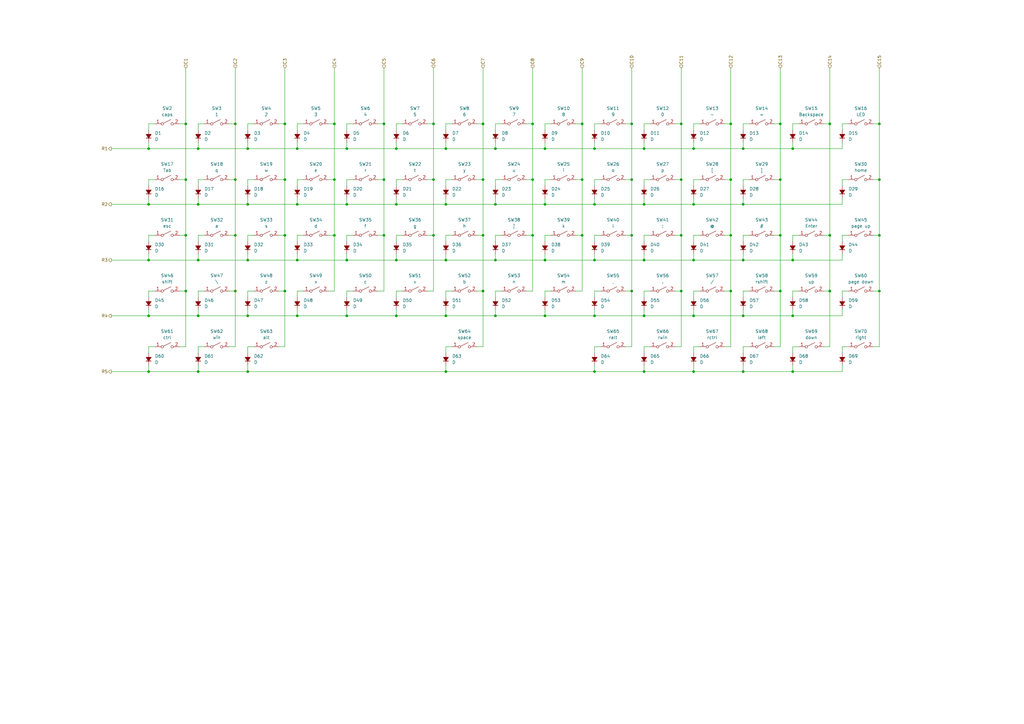
<source format=kicad_sch>
(kicad_sch (version 20211123) (generator eeschema)
  (paper "A3")
  (junction (at 279.4 73.66))
  (junction (at 157.48 73.66))
  (junction (at 325.12 129.54))
  (junction (at 304.8 106.68))
  (junction (at 162.56 60.96))
  (junction (at 198.12 119.38))
  (junction (at 299.72 119.38))
  (junction (at 142.24 106.68))
  (junction (at 116.84 73.66))
  (junction (at 264.16 129.54))
  (junction (at 299.72 73.66))
  (junction (at 279.4 96.52))
  (junction (at 360.68 96.52))
  (junction (at 116.84 50.8))
  (junction (at 264.16 60.96))
  (junction (at 182.88 106.68))
  (junction (at 243.84 152.4))
  (junction (at 116.84 96.52))
  (junction (at 198.12 50.8))
  (junction (at 264.16 106.68))
  (junction (at 60.96 60.96))
  (junction (at 182.88 83.82))
  (junction (at 340.36 119.38))
  (junction (at 243.84 60.96))
  (junction (at 81.28 83.82))
  (junction (at 121.92 106.68))
  (junction (at 60.96 106.68))
  (junction (at 198.12 96.52))
  (junction (at 162.56 83.82))
  (junction (at 76.2 119.38))
  (junction (at 60.96 129.54))
  (junction (at 284.48 60.96))
  (junction (at 101.6 60.96))
  (junction (at 223.52 83.82))
  (junction (at 96.52 50.8))
  (junction (at 264.16 152.4))
  (junction (at 182.88 152.4))
  (junction (at 162.56 106.68))
  (junction (at 325.12 152.4))
  (junction (at 203.2 129.54))
  (junction (at 182.88 129.54))
  (junction (at 299.72 50.8))
  (junction (at 279.4 119.38))
  (junction (at 238.76 73.66))
  (junction (at 76.2 73.66))
  (junction (at 299.72 96.52))
  (junction (at 325.12 106.68))
  (junction (at 137.16 73.66))
  (junction (at 284.48 129.54))
  (junction (at 177.8 96.52))
  (junction (at 81.28 106.68))
  (junction (at 101.6 152.4))
  (junction (at 320.04 119.38))
  (junction (at 340.36 96.52))
  (junction (at 304.8 129.54))
  (junction (at 137.16 50.8))
  (junction (at 60.96 83.82))
  (junction (at 259.08 96.52))
  (junction (at 238.76 50.8))
  (junction (at 259.08 73.66))
  (junction (at 60.96 152.4))
  (junction (at 121.92 60.96))
  (junction (at 162.56 129.54))
  (junction (at 304.8 152.4))
  (junction (at 304.8 60.96))
  (junction (at 259.08 119.38))
  (junction (at 264.16 83.82))
  (junction (at 142.24 83.82))
  (junction (at 320.04 50.8))
  (junction (at 223.52 129.54))
  (junction (at 243.84 129.54))
  (junction (at 81.28 152.4))
  (junction (at 76.2 50.8))
  (junction (at 304.8 83.82))
  (junction (at 360.68 73.66))
  (junction (at 320.04 96.52))
  (junction (at 121.92 83.82))
  (junction (at 223.52 106.68))
  (junction (at 198.12 73.66))
  (junction (at 218.44 50.8))
  (junction (at 320.04 73.66))
  (junction (at 360.68 50.8))
  (junction (at 96.52 119.38))
  (junction (at 101.6 129.54))
  (junction (at 101.6 106.68))
  (junction (at 81.28 60.96))
  (junction (at 177.8 50.8))
  (junction (at 218.44 73.66))
  (junction (at 340.36 50.8))
  (junction (at 116.84 119.38))
  (junction (at 284.48 106.68))
  (junction (at 96.52 73.66))
  (junction (at 284.48 83.82))
  (junction (at 96.52 96.52))
  (junction (at 223.52 60.96))
  (junction (at 157.48 50.8))
  (junction (at 76.2 96.52))
  (junction (at 182.88 60.96))
  (junction (at 218.44 96.52))
  (junction (at 238.76 96.52))
  (junction (at 101.6 83.82))
  (junction (at 142.24 60.96))
  (junction (at 243.84 106.68))
  (junction (at 259.08 50.8))
  (junction (at 325.12 60.96))
  (junction (at 177.8 73.66))
  (junction (at 142.24 129.54))
  (junction (at 243.84 83.82))
  (junction (at 121.92 129.54))
  (junction (at 284.48 152.4))
  (junction (at 203.2 60.96))
  (junction (at 157.48 96.52))
  (junction (at 203.2 106.68))
  (junction (at 279.4 50.8))
  (junction (at 203.2 83.82))
  (junction (at 360.68 119.38))
  (junction (at 137.16 96.52))
  (junction (at 81.28 129.54))
  (wire (pts (xy 144.78 96.52) (xy 142.24 96.52)))
  (wire (pts (xy 175.26 119.38) (xy 177.8 119.38)))
  (wire (pts (xy 144.78 73.66) (xy 142.24 73.66)))
  (wire (pts (xy 121.92 58.42) (xy 121.92 60.96)))
  (wire (pts (xy 284.48 127) (xy 284.48 129.54)))
  (wire (pts (xy 73.66 96.52) (xy 76.2 96.52)))
  (wire (pts (xy 327.66 96.52) (xy 325.12 96.52)))
  (wire (pts (xy 246.38 50.8) (xy 243.84 50.8)))
  (wire (pts (xy 297.18 73.66) (xy 299.72 73.66)))
  (wire (pts (xy 142.24 127) (xy 142.24 129.54)))
  (wire (pts (xy 101.6 50.8) (xy 101.6 53.34)))
  (wire (pts (xy 134.62 73.66) (xy 137.16 73.66)))
  (wire (pts (xy 104.14 50.8) (xy 101.6 50.8)))
  (wire (pts (xy 83.82 50.8) (xy 81.28 50.8)))
  (wire (pts (xy 63.5 50.8) (xy 60.96 50.8)))
  (wire (pts (xy 182.88 149.86) (xy 182.88 152.4)))
  (wire (pts (xy 81.28 127) (xy 81.28 129.54)))
  (wire (pts (xy 154.94 119.38) (xy 157.48 119.38)))
  (wire (pts (xy 340.36 142.24) (xy 337.82 142.24)))
  (wire (pts (xy 185.42 73.66) (xy 182.88 73.66)))
  (wire (pts (xy 327.66 50.8) (xy 325.12 50.8)))
  (wire (pts (xy 162.56 106.68) (xy 182.88 106.68)))
  (wire (pts (xy 142.24 60.96) (xy 162.56 60.96)))
  (wire (pts (xy 325.12 106.68) (xy 345.44 106.68)))
  (wire (pts (xy 337.82 96.52) (xy 340.36 96.52)))
  (wire (pts (xy 203.2 96.52) (xy 203.2 99.06)))
  (wire (pts (xy 104.14 96.52) (xy 101.6 96.52)))
  (wire (pts (xy 304.8 96.52) (xy 304.8 99.06)))
  (wire (pts (xy 101.6 149.86) (xy 101.6 152.4)))
  (wire (pts (xy 243.84 129.54) (xy 264.16 129.54)))
  (wire (pts (xy 284.48 50.8) (xy 284.48 53.34)))
  (wire (pts (xy 116.84 50.8) (xy 116.84 73.66)))
  (wire (pts (xy 264.16 73.66) (xy 264.16 76.2)))
  (wire (pts (xy 81.28 104.14) (xy 81.28 106.68)))
  (wire (pts (xy 243.84 149.86) (xy 243.84 152.4)))
  (wire (pts (xy 279.4 96.52) (xy 279.4 119.38)))
  (wire (pts (xy 287.02 96.52) (xy 284.48 96.52)))
  (wire (pts (xy 114.3 119.38) (xy 116.84 119.38)))
  (wire (pts (xy 203.2 81.28) (xy 203.2 83.82)))
  (wire (pts (xy 264.16 96.52) (xy 264.16 99.06)))
  (wire (pts (xy 81.28 119.38) (xy 81.28 121.92)))
  (wire (pts (xy 320.04 27.94) (xy 320.04 50.8)))
  (wire (pts (xy 223.52 81.28) (xy 223.52 83.82)))
  (wire (pts (xy 121.92 73.66) (xy 121.92 76.2)))
  (wire (pts (xy 93.98 73.66) (xy 96.52 73.66)))
  (wire (pts (xy 198.12 27.94) (xy 198.12 50.8)))
  (wire (pts (xy 195.58 50.8) (xy 198.12 50.8)))
  (wire (pts (xy 154.94 96.52) (xy 157.48 96.52)))
  (wire (pts (xy 81.28 60.96) (xy 101.6 60.96)))
  (wire (pts (xy 304.8 60.96) (xy 325.12 60.96)))
  (wire (pts (xy 73.66 119.38) (xy 76.2 119.38)))
  (wire (pts (xy 320.04 142.24) (xy 317.5 142.24)))
  (wire (pts (xy 203.2 129.54) (xy 223.52 129.54)))
  (wire (pts (xy 284.48 152.4) (xy 304.8 152.4)))
  (wire (pts (xy 134.62 119.38) (xy 137.16 119.38)))
  (wire (pts (xy 182.88 127) (xy 182.88 129.54)))
  (wire (pts (xy 238.76 96.52) (xy 238.76 119.38)))
  (wire (pts (xy 124.46 96.52) (xy 121.92 96.52)))
  (wire (pts (xy 218.44 73.66) (xy 218.44 96.52)))
  (wire (pts (xy 124.46 50.8) (xy 121.92 50.8)))
  (wire (pts (xy 325.12 60.96) (xy 325.12 58.42)))
  (wire (pts (xy 96.52 73.66) (xy 96.52 96.52)))
  (wire (pts (xy 195.58 96.52) (xy 198.12 96.52)))
  (wire (pts (xy 81.28 149.86) (xy 81.28 152.4)))
  (wire (pts (xy 297.18 119.38) (xy 299.72 119.38)))
  (wire (pts (xy 243.84 96.52) (xy 243.84 99.06)))
  (wire (pts (xy 264.16 58.42) (xy 264.16 60.96)))
  (wire (pts (xy 83.82 73.66) (xy 81.28 73.66)))
  (wire (pts (xy 157.48 50.8) (xy 157.48 73.66)))
  (wire (pts (xy 165.1 119.38) (xy 162.56 119.38)))
  (wire (pts (xy 63.5 96.52) (xy 60.96 96.52)))
  (wire (pts (xy 297.18 50.8) (xy 299.72 50.8)))
  (wire (pts (xy 264.16 152.4) (xy 284.48 152.4)))
  (wire (pts (xy 121.92 104.14) (xy 121.92 106.68)))
  (wire (pts (xy 162.56 104.14) (xy 162.56 106.68)))
  (wire (pts (xy 223.52 104.14) (xy 223.52 106.68)))
  (wire (pts (xy 81.28 73.66) (xy 81.28 76.2)))
  (wire (pts (xy 243.84 60.96) (xy 264.16 60.96)))
  (wire (pts (xy 124.46 119.38) (xy 121.92 119.38)))
  (wire (pts (xy 83.82 96.52) (xy 81.28 96.52)))
  (wire (pts (xy 182.88 152.4) (xy 243.84 152.4)))
  (wire (pts (xy 182.88 142.24) (xy 182.88 144.78)))
  (wire (pts (xy 162.56 58.42) (xy 162.56 60.96)))
  (wire (pts (xy 347.98 119.38) (xy 345.44 119.38)))
  (wire (pts (xy 114.3 96.52) (xy 116.84 96.52)))
  (wire (pts (xy 256.54 73.66) (xy 259.08 73.66)))
  (wire (pts (xy 347.98 96.52) (xy 345.44 96.52)))
  (wire (pts (xy 243.84 152.4) (xy 264.16 152.4)))
  (wire (pts (xy 223.52 58.42) (xy 223.52 60.96)))
  (wire (pts (xy 287.02 119.38) (xy 284.48 119.38)))
  (wire (pts (xy 276.86 50.8) (xy 279.4 50.8)))
  (wire (pts (xy 307.34 142.24) (xy 304.8 142.24)))
  (wire (pts (xy 264.16 83.82) (xy 284.48 83.82)))
  (wire (pts (xy 116.84 73.66) (xy 116.84 96.52)))
  (wire (pts (xy 121.92 127) (xy 121.92 129.54)))
  (wire (pts (xy 175.26 73.66) (xy 177.8 73.66)))
  (wire (pts (xy 60.96 152.4) (xy 81.28 152.4)))
  (wire (pts (xy 266.7 142.24) (xy 264.16 142.24)))
  (wire (pts (xy 185.42 142.24) (xy 182.88 142.24)))
  (wire (pts (xy 259.08 50.8) (xy 259.08 73.66)))
  (wire (pts (xy 279.4 142.24) (xy 276.86 142.24)))
  (wire (pts (xy 246.38 119.38) (xy 243.84 119.38)))
  (wire (pts (xy 81.28 142.24) (xy 81.28 144.78)))
  (wire (pts (xy 182.88 73.66) (xy 182.88 76.2)))
  (wire (pts (xy 347.98 142.24) (xy 345.44 142.24)))
  (wire (pts (xy 142.24 119.38) (xy 142.24 121.92)))
  (wire (pts (xy 284.48 129.54) (xy 304.8 129.54)))
  (wire (pts (xy 60.96 104.14) (xy 60.96 106.68)))
  (wire (pts (xy 358.14 96.52) (xy 360.68 96.52)))
  (wire (pts (xy 76.2 119.38) (xy 76.2 142.24)))
  (wire (pts (xy 320.04 96.52) (xy 320.04 119.38)))
  (wire (pts (xy 121.92 119.38) (xy 121.92 121.92)))
  (wire (pts (xy 279.4 27.94) (xy 279.4 50.8)))
  (wire (pts (xy 243.84 127) (xy 243.84 129.54)))
  (wire (pts (xy 81.28 83.82) (xy 101.6 83.82)))
  (wire (pts (xy 218.44 96.52) (xy 218.44 119.38)))
  (wire (pts (xy 243.84 104.14) (xy 243.84 106.68)))
  (wire (pts (xy 340.36 50.8) (xy 340.36 96.52)))
  (wire (pts (xy 340.36 119.38) (xy 340.36 142.24)))
  (wire (pts (xy 175.26 96.52) (xy 177.8 96.52)))
  (wire (pts (xy 226.06 73.66) (xy 223.52 73.66)))
  (wire (pts (xy 60.96 50.8) (xy 60.96 53.34)))
  (wire (pts (xy 101.6 129.54) (xy 121.92 129.54)))
  (wire (pts (xy 134.62 50.8) (xy 137.16 50.8)))
  (wire (pts (xy 198.12 142.24) (xy 195.58 142.24)))
  (wire (pts (xy 360.68 50.8) (xy 360.68 73.66)))
  (wire (pts (xy 276.86 96.52) (xy 279.4 96.52)))
  (wire (pts (xy 45.72 83.82) (xy 60.96 83.82)))
  (wire (pts (xy 162.56 96.52) (xy 162.56 99.06)))
  (wire (pts (xy 304.8 83.82) (xy 304.8 81.28)))
  (wire (pts (xy 223.52 73.66) (xy 223.52 76.2)))
  (wire (pts (xy 162.56 81.28) (xy 162.56 83.82)))
  (wire (pts (xy 76.2 142.24) (xy 73.66 142.24)))
  (wire (pts (xy 182.88 83.82) (xy 203.2 83.82)))
  (wire (pts (xy 182.88 104.14) (xy 182.88 106.68)))
  (wire (pts (xy 63.5 119.38) (xy 60.96 119.38)))
  (wire (pts (xy 243.84 106.68) (xy 264.16 106.68)))
  (wire (pts (xy 198.12 73.66) (xy 198.12 96.52)))
  (wire (pts (xy 236.22 50.8) (xy 238.76 50.8)))
  (wire (pts (xy 104.14 73.66) (xy 101.6 73.66)))
  (wire (pts (xy 358.14 73.66) (xy 360.68 73.66)))
  (wire (pts (xy 182.88 58.42) (xy 182.88 60.96)))
  (wire (pts (xy 246.38 142.24) (xy 243.84 142.24)))
  (wire (pts (xy 223.52 96.52) (xy 223.52 99.06)))
  (wire (pts (xy 284.48 58.42) (xy 284.48 60.96)))
  (wire (pts (xy 203.2 60.96) (xy 223.52 60.96)))
  (wire (pts (xy 162.56 127) (xy 162.56 129.54)))
  (wire (pts (xy 218.44 27.94) (xy 218.44 50.8)))
  (wire (pts (xy 195.58 73.66) (xy 198.12 73.66)))
  (wire (pts (xy 223.52 60.96) (xy 243.84 60.96)))
  (wire (pts (xy 81.28 58.42) (xy 81.28 60.96)))
  (wire (pts (xy 60.96 142.24) (xy 60.96 144.78)))
  (wire (pts (xy 284.48 142.24) (xy 284.48 144.78)))
  (wire (pts (xy 60.96 81.28) (xy 60.96 83.82)))
  (wire (pts (xy 45.72 129.54) (xy 60.96 129.54)))
  (wire (pts (xy 154.94 73.66) (xy 157.48 73.66)))
  (wire (pts (xy 177.8 96.52) (xy 177.8 119.38)))
  (wire (pts (xy 358.14 119.38) (xy 360.68 119.38)))
  (wire (pts (xy 116.84 142.24) (xy 114.3 142.24)))
  (wire (pts (xy 236.22 73.66) (xy 238.76 73.66)))
  (wire (pts (xy 264.16 60.96) (xy 284.48 60.96)))
  (wire (pts (xy 162.56 73.66) (xy 162.56 76.2)))
  (wire (pts (xy 165.1 96.52) (xy 162.56 96.52)))
  (wire (pts (xy 63.5 142.24) (xy 60.96 142.24)))
  (wire (pts (xy 121.92 106.68) (xy 142.24 106.68)))
  (wire (pts (xy 347.98 73.66) (xy 345.44 73.66)))
  (wire (pts (xy 205.74 50.8) (xy 203.2 50.8)))
  (wire (pts (xy 320.04 50.8) (xy 320.04 73.66)))
  (wire (pts (xy 60.96 149.86) (xy 60.96 152.4)))
  (wire (pts (xy 101.6 60.96) (xy 121.92 60.96)))
  (wire (pts (xy 182.88 129.54) (xy 203.2 129.54)))
  (wire (pts (xy 83.82 142.24) (xy 81.28 142.24)))
  (wire (pts (xy 284.48 149.86) (xy 284.48 152.4)))
  (wire (pts (xy 266.7 50.8) (xy 264.16 50.8)))
  (wire (pts (xy 60.96 58.42) (xy 60.96 60.96)))
  (wire (pts (xy 299.72 96.52) (xy 299.72 119.38)))
  (wire (pts (xy 304.8 60.96) (xy 304.8 58.42)))
  (wire (pts (xy 45.72 60.96) (xy 60.96 60.96)))
  (wire (pts (xy 121.92 96.52) (xy 121.92 99.06)))
  (wire (pts (xy 198.12 50.8) (xy 198.12 73.66)))
  (wire (pts (xy 259.08 96.52) (xy 259.08 119.38)))
  (wire (pts (xy 205.74 96.52) (xy 203.2 96.52)))
  (wire (pts (xy 266.7 119.38) (xy 264.16 119.38)))
  (wire (pts (xy 104.14 142.24) (xy 101.6 142.24)))
  (wire (pts (xy 243.84 81.28) (xy 243.84 83.82)))
  (wire (pts (xy 73.66 73.66) (xy 76.2 73.66)))
  (wire (pts (xy 60.96 83.82) (xy 81.28 83.82)))
  (wire (pts (xy 60.96 60.96) (xy 81.28 60.96)))
  (wire (pts (xy 142.24 83.82) (xy 162.56 83.82)))
  (wire (pts (xy 304.8 119.38) (xy 304.8 121.92)))
  (wire (pts (xy 142.24 58.42) (xy 142.24 60.96)))
  (wire (pts (xy 154.94 50.8) (xy 157.48 50.8)))
  (wire (pts (xy 345.44 152.4) (xy 345.44 149.86)))
  (wire (pts (xy 101.6 96.52) (xy 101.6 99.06)))
  (wire (pts (xy 266.7 73.66) (xy 264.16 73.66)))
  (wire (pts (xy 76.2 50.8) (xy 76.2 73.66)))
  (wire (pts (xy 284.48 96.52) (xy 284.48 99.06)))
  (wire (pts (xy 307.34 119.38) (xy 304.8 119.38)))
  (wire (pts (xy 307.34 96.52) (xy 304.8 96.52)))
  (wire (pts (xy 264.16 129.54) (xy 284.48 129.54)))
  (wire (pts (xy 182.88 81.28) (xy 182.88 83.82)))
  (wire (pts (xy 238.76 27.94) (xy 238.76 50.8)))
  (wire (pts (xy 320.04 119.38) (xy 320.04 142.24)))
  (wire (pts (xy 299.72 119.38) (xy 299.72 142.24)))
  (wire (pts (xy 325.12 152.4) (xy 345.44 152.4)))
  (wire (pts (xy 276.86 73.66) (xy 279.4 73.66)))
  (wire (pts (xy 264.16 106.68) (xy 284.48 106.68)))
  (wire (pts (xy 96.52 142.24) (xy 93.98 142.24)))
  (wire (pts (xy 304.8 129.54) (xy 304.8 127)))
  (wire (pts (xy 264.16 81.28) (xy 264.16 83.82)))
  (wire (pts (xy 317.5 73.66) (xy 320.04 73.66)))
  (wire (pts (xy 215.9 50.8) (xy 218.44 50.8)))
  (wire (pts (xy 142.24 129.54) (xy 162.56 129.54)))
  (wire (pts (xy 223.52 50.8) (xy 223.52 53.34)))
  (wire (pts (xy 284.48 73.66) (xy 284.48 76.2)))
  (wire (pts (xy 320.04 73.66) (xy 320.04 96.52)))
  (wire (pts (xy 121.92 129.54) (xy 142.24 129.54)))
  (wire (pts (xy 142.24 50.8) (xy 142.24 53.34)))
  (wire (pts (xy 81.28 96.52) (xy 81.28 99.06)))
  (wire (pts (xy 304.8 152.4) (xy 325.12 152.4)))
  (wire (pts (xy 165.1 73.66) (xy 162.56 73.66)))
  (wire (pts (xy 73.66 50.8) (xy 76.2 50.8)))
  (wire (pts (xy 243.84 119.38) (xy 243.84 121.92)))
  (wire (pts (xy 144.78 119.38) (xy 142.24 119.38)))
  (wire (pts (xy 325.12 129.54) (xy 325.12 127)))
  (wire (pts (xy 340.36 27.94) (xy 340.36 50.8)))
  (wire (pts (xy 345.44 50.8) (xy 345.44 53.34)))
  (wire (pts (xy 101.6 73.66) (xy 101.6 76.2)))
  (wire (pts (xy 142.24 96.52) (xy 142.24 99.06)))
  (wire (pts (xy 325.12 119.38) (xy 325.12 121.92)))
  (wire (pts (xy 345.44 83.82) (xy 345.44 81.28)))
  (wire (pts (xy 299.72 27.94) (xy 299.72 50.8)))
  (wire (pts (xy 304.8 106.68) (xy 325.12 106.68)))
  (wire (pts (xy 101.6 142.24) (xy 101.6 144.78)))
  (wire (pts (xy 101.6 152.4) (xy 182.88 152.4)))
  (wire (pts (xy 195.58 119.38) (xy 198.12 119.38)))
  (wire (pts (xy 182.88 96.52) (xy 182.88 99.06)))
  (wire (pts (xy 162.56 50.8) (xy 162.56 53.34)))
  (wire (pts (xy 345.44 106.68) (xy 345.44 104.14)))
  (wire (pts (xy 215.9 96.52) (xy 218.44 96.52)))
  (wire (pts (xy 104.14 119.38) (xy 101.6 119.38)))
  (wire (pts (xy 142.24 106.68) (xy 162.56 106.68)))
  (wire (pts (xy 185.42 50.8) (xy 182.88 50.8)))
  (wire (pts (xy 304.8 83.82) (xy 345.44 83.82)))
  (wire (pts (xy 185.42 119.38) (xy 182.88 119.38)))
  (wire (pts (xy 304.8 152.4) (xy 304.8 149.86)))
  (wire (pts (xy 325.12 60.96) (xy 345.44 60.96)))
  (wire (pts (xy 226.06 96.52) (xy 223.52 96.52)))
  (wire (pts (xy 162.56 83.82) (xy 182.88 83.82)))
  (wire (pts (xy 345.44 129.54) (xy 345.44 127)))
  (wire (pts (xy 60.96 106.68) (xy 81.28 106.68)))
  (wire (pts (xy 246.38 96.52) (xy 243.84 96.52)))
  (wire (pts (xy 284.48 60.96) (xy 304.8 60.96)))
  (wire (pts (xy 317.5 96.52) (xy 320.04 96.52)))
  (wire (pts (xy 177.8 73.66) (xy 177.8 96.52)))
  (wire (pts (xy 185.42 96.52) (xy 182.88 96.52)))
  (wire (pts (xy 360.68 142.24) (xy 358.14 142.24)))
  (wire (pts (xy 243.84 58.42) (xy 243.84 60.96)))
  (wire (pts (xy 264.16 149.86) (xy 264.16 152.4)))
  (wire (pts (xy 327.66 119.38) (xy 325.12 119.38)))
  (wire (pts (xy 264.16 142.24) (xy 264.16 144.78)))
  (wire (pts (xy 284.48 83.82) (xy 304.8 83.82)))
  (wire (pts (xy 279.4 73.66) (xy 279.4 96.52)))
  (wire (pts (xy 266.7 96.52) (xy 264.16 96.52)))
  (wire (pts (xy 297.18 96.52) (xy 299.72 96.52)))
  (wire (pts (xy 182.88 106.68) (xy 203.2 106.68)))
  (wire (pts (xy 215.9 73.66) (xy 218.44 73.66)))
  (wire (pts (xy 76.2 96.52) (xy 76.2 119.38)))
  (wire (pts (xy 142.24 104.14) (xy 142.24 106.68)))
  (wire (pts (xy 304.8 50.8) (xy 304.8 53.34)))
  (wire (pts (xy 223.52 129.54) (xy 243.84 129.54)))
  (wire (pts (xy 137.16 73.66) (xy 137.16 96.52)))
  (wire (pts (xy 264.16 104.14) (xy 264.16 106.68)))
  (wire (pts (xy 256.54 50.8) (xy 259.08 50.8)))
  (wire (pts (xy 121.92 83.82) (xy 142.24 83.82)))
  (wire (pts (xy 243.84 73.66) (xy 243.84 76.2)))
  (wire (pts (xy 203.2 73.66) (xy 203.2 76.2)))
  (wire (pts (xy 157.48 96.52) (xy 157.48 119.38)))
  (wire (pts (xy 264.16 119.38) (xy 264.16 121.92)))
  (wire (pts (xy 121.92 50.8) (xy 121.92 53.34)))
  (wire (pts (xy 287.02 50.8) (xy 284.48 50.8)))
  (wire (pts (xy 60.96 129.54) (xy 81.28 129.54)))
  (wire (pts (xy 205.74 119.38) (xy 203.2 119.38)))
  (wire (pts (xy 205.74 73.66) (xy 203.2 73.66)))
  (wire (pts (xy 345.44 60.96) (xy 345.44 58.42)))
  (wire (pts (xy 114.3 73.66) (xy 116.84 73.66)))
  (wire (pts (xy 121.92 60.96) (xy 142.24 60.96)))
  (wire (pts (xy 96.52 50.8) (xy 96.52 73.66)))
  (wire (pts (xy 246.38 73.66) (xy 243.84 73.66)))
  (wire (pts (xy 177.8 27.94) (xy 177.8 50.8)))
  (wire (pts (xy 236.22 119.38) (xy 238.76 119.38)))
  (wire (pts (xy 360.68 96.52) (xy 360.68 119.38)))
  (wire (pts (xy 223.52 106.68) (xy 243.84 106.68)))
  (wire (pts (xy 137.16 50.8) (xy 137.16 73.66)))
  (wire (pts (xy 223.52 127) (xy 223.52 129.54)))
  (wire (pts (xy 299.72 73.66) (xy 299.72 96.52)))
  (wire (pts (xy 177.8 50.8) (xy 177.8 73.66)))
  (wire (pts (xy 203.2 127) (xy 203.2 129.54)))
  (wire (pts (xy 175.26 50.8) (xy 177.8 50.8)))
  (wire (pts (xy 81.28 152.4) (xy 101.6 152.4)))
  (wire (pts (xy 360.68 27.94) (xy 360.68 50.8)))
  (wire (pts (xy 358.14 50.8) (xy 360.68 50.8)))
  (wire (pts (xy 256.54 119.38) (xy 259.08 119.38)))
  (wire (pts (xy 226.06 50.8) (xy 223.52 50.8)))
  (wire (pts (xy 325.12 142.24) (xy 325.12 144.78)))
  (wire (pts (xy 182.88 50.8) (xy 182.88 53.34)))
  (wire (pts (xy 182.88 119.38) (xy 182.88 121.92)))
  (wire (pts (xy 76.2 27.94) (xy 76.2 50.8)))
  (wire (pts (xy 124.46 73.66) (xy 121.92 73.66)))
  (wire (pts (xy 114.3 50.8) (xy 116.84 50.8)))
  (wire (pts (xy 60.96 96.52) (xy 60.96 99.06)))
  (wire (pts (xy 45.72 152.4) (xy 60.96 152.4)))
  (wire (pts (xy 101.6 119.38) (xy 101.6 121.92)))
  (wire (pts (xy 325.12 106.68) (xy 325.12 104.14)))
  (wire (pts (xy 259.08 119.38) (xy 259.08 142.24)))
  (wire (pts (xy 243.84 50.8) (xy 243.84 53.34)))
  (wire (pts (xy 325.12 152.4) (xy 325.12 149.86)))
  (wire (pts (xy 60.96 73.66) (xy 60.96 76.2)))
  (wire (pts (xy 317.5 119.38) (xy 320.04 119.38)))
  (wire (pts (xy 203.2 83.82) (xy 223.52 83.82)))
  (wire (pts (xy 325.12 129.54) (xy 345.44 129.54)))
  (wire (pts (xy 203.2 58.42) (xy 203.2 60.96)))
  (wire (pts (xy 101.6 106.68) (xy 121.92 106.68)))
  (wire (pts (xy 327.66 142.24) (xy 325.12 142.24)))
  (wire (pts (xy 337.82 119.38) (xy 340.36 119.38)))
  (wire (pts (xy 325.12 96.52) (xy 325.12 99.06)))
  (wire (pts (xy 345.44 73.66) (xy 345.44 76.2)))
  (wire (pts (xy 60.96 127) (xy 60.96 129.54)))
  (wire (pts (xy 134.62 96.52) (xy 137.16 96.52)))
  (wire (pts (xy 276.86 119.38) (xy 279.4 119.38)))
  (wire (pts (xy 203.2 106.68) (xy 223.52 106.68)))
  (wire (pts (xy 101.6 58.42) (xy 101.6 60.96)))
  (wire (pts (xy 304.8 129.54) (xy 325.12 129.54)))
  (wire (pts (xy 223.52 119.38) (xy 223.52 121.92)))
  (wire (pts (xy 236.22 96.52) (xy 238.76 96.52)))
  (wire (pts (xy 287.02 73.66) (xy 284.48 73.66)))
  (wire (pts (xy 238.76 50.8) (xy 238.76 73.66)))
  (wire (pts (xy 215.9 119.38) (xy 218.44 119.38)))
  (wire (pts (xy 223.52 83.82) (xy 243.84 83.82)))
  (wire (pts (xy 101.6 81.28) (xy 101.6 83.82)))
  (wire (pts (xy 101.6 104.14) (xy 101.6 106.68)))
  (wire (pts (xy 226.06 119.38) (xy 223.52 119.38)))
  (wire (pts (xy 284.48 106.68) (xy 304.8 106.68)))
  (wire (pts (xy 218.44 50.8) (xy 218.44 73.66)))
  (wire (pts (xy 345.44 96.52) (xy 345.44 99.06)))
  (wire (pts (xy 325.12 50.8) (xy 325.12 53.34)))
  (wire (pts (xy 96.52 27.94) (xy 96.52 50.8)))
  (wire (pts (xy 347.98 50.8) (xy 345.44 50.8)))
  (wire (pts (xy 243.84 83.82) (xy 264.16 83.82)))
  (wire (pts (xy 81.28 50.8) (xy 81.28 53.34)))
  (wire (pts (xy 284.48 104.14) (xy 284.48 106.68)))
  (wire (pts (xy 345.44 119.38) (xy 345.44 121.92)))
  (wire (pts (xy 307.34 50.8) (xy 304.8 50.8)))
  (wire (pts (xy 81.28 81.28) (xy 81.28 83.82)))
  (wire (pts (xy 340.36 96.52) (xy 340.36 119.38)))
  (wire (pts (xy 121.92 81.28) (xy 121.92 83.82)))
  (wire (pts (xy 83.82 119.38) (xy 81.28 119.38)))
  (wire (pts (xy 243.84 142.24) (xy 243.84 144.78)))
  (wire (pts (xy 304.8 142.24) (xy 304.8 144.78)))
  (wire (pts (xy 299.72 50.8) (xy 299.72 73.66)))
  (wire (pts (xy 203.2 104.14) (xy 203.2 106.68)))
  (wire (pts (xy 162.56 129.54) (xy 182.88 129.54)))
  (wire (pts (xy 198.12 96.52) (xy 198.12 119.38)))
  (wire (pts (xy 116.84 27.94) (xy 116.84 50.8)))
  (wire (pts (xy 299.72 142.24) (xy 297.18 142.24)))
  (wire (pts (xy 307.34 73.66) (xy 304.8 73.66)))
  (wire (pts (xy 360.68 119.38) (xy 360.68 142.24)))
  (wire (pts (xy 76.2 73.66) (xy 76.2 96.52)))
  (wire (pts (xy 279.4 50.8) (xy 279.4 73.66)))
  (wire (pts (xy 45.72 106.68) (xy 60.96 106.68)))
  (wire (pts (xy 238.76 73.66) (xy 238.76 96.52)))
  (wire (pts (xy 304.8 73.66) (xy 304.8 76.2)))
  (wire (pts (xy 162.56 119.38) (xy 162.56 121.92)))
  (wire (pts (xy 259.08 142.24) (xy 256.54 142.24)))
  (wire (pts (xy 144.78 50.8) (xy 142.24 50.8)))
  (wire (pts (xy 264.16 50.8) (xy 264.16 53.34)))
  (wire (pts (xy 81.28 129.54) (xy 101.6 129.54)))
  (wire (pts (xy 182.88 60.96) (xy 203.2 60.96)))
  (wire (pts (xy 142.24 73.66) (xy 142.24 76.2)))
  (wire (pts (xy 284.48 119.38) (xy 284.48 121.92)))
  (wire (pts (xy 116.84 119.38) (xy 116.84 142.24)))
  (wire (pts (xy 157.48 73.66) (xy 157.48 96.52)))
  (wire (pts (xy 60.96 119.38) (xy 60.96 121.92)))
  (wire (pts (xy 137.16 27.94) (xy 137.16 50.8)))
  (wire (pts (xy 162.56 60.96) (xy 182.88 60.96)))
  (wire (pts (xy 137.16 96.52) (xy 137.16 119.38)))
  (wire (pts (xy 81.28 106.68) (xy 101.6 106.68)))
  (wire (pts (xy 360.68 73.66) (xy 360.68 96.52)))
  (wire (pts (xy 142.24 81.28) (xy 142.24 83.82)))
  (wire (pts (xy 93.98 96.52) (xy 96.52 96.52)))
  (wire (pts (xy 337.82 50.8) (xy 340.36 50.8)))
  (wire (pts (xy 256.54 96.52) (xy 259.08 96.52)))
  (wire (pts (xy 304.8 106.68) (xy 304.8 104.14)))
  (wire (pts (xy 279.4 119.38) (xy 279.4 142.24)))
  (wire (pts (xy 203.2 119.38) (xy 203.2 121.92)))
  (wire (pts (xy 165.1 50.8) (xy 162.56 50.8)))
  (wire (pts (xy 198.12 119.38) (xy 198.12 142.24)))
  (wire (pts (xy 101.6 83.82) (xy 121.92 83.82)))
  (wire (pts (xy 203.2 50.8) (xy 203.2 53.34)))
  (wire (pts (xy 259.08 73.66) (xy 259.08 96.52)))
  (wire (pts (xy 96.52 96.52) (xy 96.52 119.38)))
  (wire (pts (xy 101.6 127) (xy 101.6 129.54)))
  (wire (pts (xy 93.98 50.8) (xy 96.52 50.8)))
  (wire (pts (xy 264.16 127) (xy 264.16 129.54)))
  (wire (pts (xy 96.52 119.38) (xy 96.52 142.24)))
  (wire (pts (xy 287.02 142.24) (xy 284.48 142.24)))
  (wire (pts (xy 284.48 81.28) (xy 284.48 83.82)))
  (wire (pts (xy 317.5 50.8) (xy 320.04 50.8)))
  (wire (pts (xy 345.44 142.24) (xy 345.44 144.78)))
  (wire (pts (xy 157.48 27.94) (xy 157.48 50.8)))
  (wire (pts (xy 93.98 119.38) (xy 96.52 119.38)))
  (wire (pts (xy 116.84 96.52) (xy 116.84 119.38)))
  (wire (pts (xy 259.08 27.94) (xy 259.08 50.8)))
  (wire (pts (xy 63.5 73.66) (xy 60.96 73.66)))
  (hierarchical_label "C9" (shape input) (at 238.76 27.94 90))
  (hierarchical_label "C11" (shape input) (at 279.4 27.94 90))
  (hierarchical_label "C13" (shape input) (at 320.04 27.94 90))
  (hierarchical_label "C3" (shape input) (at 116.84 27.94 90))
  (hierarchical_label "C10" (shape input) (at 259.08 27.94 90))
  (hierarchical_label "C15" (shape input) (at 360.68 27.94 90))
  (hierarchical_label "R5" (shape output) (at 45.72 152.4 180))
  (hierarchical_label "R2" (shape output) (at 45.72 83.82 180))
  (hierarchical_label "C4" (shape input) (at 137.16 27.94 90))
  (hierarchical_label "C12" (shape input) (at 299.72 27.94 90))
  (hierarchical_label "C7" (shape input) (at 198.12 27.94 90))
  (hierarchical_label "C5" (shape input) (at 157.48 27.94 90))
  (hierarchical_label "C14" (shape input) (at 340.36 27.94 90))
  (hierarchical_label "R1" (shape output) (at 45.72 60.96 180))
  (hierarchical_label "R3" (shape output) (at 45.72 106.68 180))
  (hierarchical_label "C1" (shape input) (at 76.2 27.94 90))
  (hierarchical_label "R4" (shape output) (at 45.72 129.54 180))
  (hierarchical_label "C6" (shape input) (at 177.8 27.94 90))
  (hierarchical_label "C2" (shape input) (at 96.52 27.94 90))
  (hierarchical_label "C8" (shape input) (at 218.44 27.94 90))
  (symbol (lib_id "Device:D_Small_Filled") (at 284.48 78.74 90) (unit 1)
    (property "Reference" "D27" (at 287.02 77.4699 90) (effects (justify right)))
    (property "Value" "D" (at 287.02 80.0099 90) (effects (justify right)))
    (property "Footprint" "Diode_SMD:D_0603_1608Metric" (effects hide))
  )
  (symbol (lib_id "Device:D_Small_Filled") (at 162.56 78.74 90) (unit 1)
    (property "Reference" "D21" (at 165.1 77.4699 90) (effects (justify right)))
    (property "Value" "D" (at 165.1 80.0099 90) (effects (justify right)))
    (property "Footprint" "Diode_SMD:D_0603_1608Metric" (effects hide))
  )
  (symbol (lib_id "Device:D_Small_Filled") (at 264.16 124.46 90) (unit 1)
    (property "Reference" "D55" (at 266.7 123.1899 90) (effects (justify right)))
    (property "Value" "D" (at 266.7 125.7299 90) (effects (justify right)))
    (property "Footprint" "Diode_SMD:D_0603_1608Metric" (effects hide))
  )
  (symbol (lib_id "Device:D_Small_Filled") (at 101.6 124.46 90) (unit 1)
    (property "Reference" "D47" (at 104.14 123.1899 90) (effects (justify right)))
    (property "Value" "D" (at 104.14 125.7299 90) (effects (justify right)))
    (property "Footprint" "Diode_SMD:D_0603_1608Metric" (effects hide))
  )
  (symbol (lib_id "Switch:SW_SPST") (at 312.42 50.8 0) (unit 1)
    (property "Reference" "SW14" (at 312.42 44.45 0))
    (property "Value" "=" (at 312.42 46.99 0))
    (property "Footprint" "Switch_Keyboard_Cherry_MX:SW_Cherry_MX_PCB_1.00u" (effects hide))
  )
  (symbol (lib_id "Switch:SW_SPST") (at 271.78 96.52 0) (unit 1)
    (property "Reference" "SW41" (at 271.78 90.17 0))
    (property "Value" ";" (at 271.78 92.71 0))
    (property "Footprint" "Switch_Keyboard_Cherry_MX:SW_Cherry_MX_PCB_1.00u" (effects hide))
  )
  (symbol (lib_id "Switch:SW_SPST") (at 210.82 119.38 0) (unit 1)
    (property "Reference" "SW53" (at 210.82 113.03 0))
    (property "Value" "n" (at 210.82 115.57 0))
    (property "Footprint" "Switch_Keyboard_Cherry_MX:SW_Cherry_MX_PCB_1.00u" (effects hide))
  )
  (symbol (lib_id "Device:D_Small_Filled") (at 81.28 101.6 90) (unit 1)
    (property "Reference" "D31" (at 83.82 100.3299 90) (effects (justify right)))
    (property "Value" "D" (at 83.82 102.8699 90) (effects (justify right)))
    (property "Footprint" "Diode_SMD:D_0603_1608Metric" (effects hide))
  )
  (symbol (lib_id "Device:D_Small_Filled") (at 182.88 147.32 90) (unit 1)
    (property "Reference" "D63" (at 185.42 146.0499 90) (effects (justify right)))
    (property "Value" "D" (at 185.42 148.5899 90) (effects (justify right)))
    (property "Footprint" "Diode_SMD:D_0603_1608Metric" (effects hide))
  )
  (symbol (lib_id "Device:D_Small_Filled") (at 345.44 101.6 90) (unit 1)
    (property "Reference" "D44" (at 347.98 100.3299 90) (effects (justify right)))
    (property "Value" "D" (at 347.98 102.8699 90) (effects (justify right)))
    (property "Footprint" "Diode_SMD:D_0603_1608Metric" (effects hide))
  )
  (symbol (lib_id "Device:D_Small_Filled") (at 121.92 55.88 90) (unit 1)
    (property "Reference" "D4" (at 124.46 54.6099 90) (effects (justify right)))
    (property "Value" "D" (at 124.46 57.1499 90) (effects (justify right)))
    (property "Footprint" "Diode_SMD:D_0603_1608Metric" (effects hide))
  )
  (symbol (lib_id "Switch:SW_SPST") (at 129.54 73.66 0) (unit 1)
    (property "Reference" "SW20" (at 129.54 67.31 0))
    (property "Value" "e" (at 129.54 69.85 0))
    (property "Footprint" "Switch_Keyboard_Cherry_MX:SW_Cherry_MX_PCB_1.00u" (effects hide))
  )
  (symbol (lib_id "Device:D_Small_Filled") (at 60.96 55.88 90) (unit 1)
    (property "Reference" "D1" (at 63.5 54.6099 90) (effects (justify right)))
    (property "Value" "D" (at 63.5 57.1499 90) (effects (justify right)))
    (property "Footprint" "Diode_SMD:D_0603_1608Metric" (effects hide))
  )
  (symbol (lib_id "Switch:SW_SPST") (at 170.18 73.66 0) (unit 1)
    (property "Reference" "SW22" (at 170.18 67.31 0))
    (property "Value" "t" (at 170.18 69.85 0))
    (property "Footprint" "Switch_Keyboard_Cherry_MX:SW_Cherry_MX_PCB_1.00u" (effects hide))
  )
  (symbol (lib_id "Switch:SW_SPST") (at 292.1 73.66 0) (unit 1)
    (property "Reference" "SW28" (at 292.1 67.31 0))
    (property "Value" "[" (at 292.1 69.85 0))
    (property "Footprint" "Switch_Keyboard_Cherry_MX:SW_Cherry_MX_PCB_1.00u" (effects hide))
  )
  (symbol (lib_id "Switch:SW_SPST") (at 149.86 73.66 0) (unit 1)
    (property "Reference" "SW21" (at 149.86 67.31 0))
    (property "Value" "r" (at 149.86 69.85 0))
    (property "Footprint" "Switch_Keyboard_Cherry_MX:SW_Cherry_MX_PCB_1.00u" (effects hide))
  )
  (symbol (lib_id "Device:D_Small_Filled") (at 81.28 55.88 90) (unit 1)
    (property "Reference" "D2" (at 83.82 54.6099 90) (effects (justify right)))
    (property "Value" "D" (at 83.82 57.1499 90) (effects (justify right)))
    (property "Footprint" "Diode_SMD:D_0603_1608Metric" (effects hide))
  )
  (symbol (lib_id "Switch:SW_SPST") (at 292.1 50.8 0) (unit 1)
    (property "Reference" "SW13" (at 292.1 44.45 0))
    (property "Value" "-" (at 292.1 46.99 0))
    (property "Footprint" "Switch_Keyboard_Cherry_MX:SW_Cherry_MX_PCB_1.00u" (effects hide))
  )
  (symbol (lib_id "Device:D_Small_Filled") (at 223.52 55.88 90) (unit 1)
    (property "Reference" "D9" (at 226.06 54.6099 90) (effects (justify right)))
    (property "Value" "D" (at 226.06 57.1499 90) (effects (justify right)))
    (property "Footprint" "Diode_SMD:D_0603_1608Metric" (effects hide))
  )
  (symbol (lib_id "Switch:SW_SPST") (at 231.14 50.8 0) (unit 1)
    (property "Reference" "SW10" (at 231.14 44.45 0))
    (property "Value" "8" (at 231.14 46.99 0))
    (property "Footprint" "Switch_Keyboard_Cherry_MX:SW_Cherry_MX_PCB_1.00u" (effects hide))
  )
  (symbol (lib_id "Switch:SW_SPST") (at 149.86 119.38 0) (unit 1)
    (property "Reference" "SW50" (at 149.86 113.03 0))
    (property "Value" "c" (at 149.86 115.57 0))
    (property "Footprint" "Switch_Keyboard_Cherry_MX:SW_Cherry_MX_PCB_1.00u" (effects hide))
  )
  (symbol (lib_id "Switch:SW_SPST") (at 271.78 73.66 0) (unit 1)
    (property "Reference" "SW27" (at 271.78 67.31 0))
    (property "Value" "p" (at 271.78 69.85 0))
    (property "Footprint" "Switch_Keyboard_Cherry_MX:SW_Cherry_MX_PCB_1.00u" (effects hide))
  )
  (symbol (lib_id "Switch:SW_SPST") (at 332.74 142.24 0) (unit 1)
    (property "Reference" "SW69" (at 332.74 135.89 0))
    (property "Value" "down" (at 332.74 138.43 0))
    (property "Footprint" "Switch_Keyboard_Cherry_MX:SW_Cherry_MX_PCB_1.00u" (effects hide))
  )
  (symbol (lib_id "Device:D_Small_Filled") (at 121.92 124.46 90) (unit 1)
    (property "Reference" "D48" (at 124.46 123.1899 90) (effects (justify right)))
    (property "Value" "D" (at 124.46 125.7299 90) (effects (justify right)))
    (property "Footprint" "Diode_SMD:D_0603_1608Metric" (effects hide))
  )
  (symbol (lib_id "Device:D_Small_Filled") (at 325.12 147.32 90) (unit 1)
    (property "Reference" "D68" (at 327.66 146.0499 90) (effects (justify right)))
    (property "Value" "D" (at 327.66 148.5899 90) (effects (justify right)))
    (property "Footprint" "Diode_SMD:D_0603_1608Metric" (effects hide))
  )
  (symbol (lib_id "Switch:SW_SPST") (at 68.58 119.38 0) (unit 1)
    (property "Reference" "SW46" (at 68.58 113.03 0))
    (property "Value" "shift" (at 68.58 115.57 0))
    (property "Footprint" "Switch_Keyboard_Cherry_MX:SW_Cherry_MX_PCB_1.25u" (effects hide))
  )
  (symbol (lib_id "Switch:SW_SPST") (at 190.5 96.52 0) (unit 1)
    (property "Reference" "SW37" (at 190.5 90.17 0))
    (property "Value" "h" (at 190.5 92.71 0))
    (property "Footprint" "Switch_Keyboard_Cherry_MX:SW_Cherry_MX_PCB_1.00u" (effects hide))
  )
  (symbol (lib_id "Device:D_Small_Filled") (at 243.84 78.74 90) (unit 1)
    (property "Reference" "D25" (at 246.38 77.4699 90) (effects (justify right)))
    (property "Value" "D" (at 246.38 80.0099 90) (effects (justify right)))
    (property "Footprint" "Diode_SMD:D_0603_1608Metric" (effects hide))
  )
  (symbol (lib_id "Switch:SW_SPST") (at 210.82 73.66 0) (unit 1)
    (property "Reference" "SW24" (at 210.82 67.31 0))
    (property "Value" "u" (at 210.82 69.85 0))
    (property "Footprint" "Switch_Keyboard_Cherry_MX:SW_Cherry_MX_PCB_1.00u" (effects hide))
  )
  (symbol (lib_id "Device:D_Small_Filled") (at 264.16 55.88 90) (unit 1)
    (property "Reference" "D11" (at 266.7 54.6099 90) (effects (justify right)))
    (property "Value" "D" (at 266.7 57.1499 90) (effects (justify right)))
    (property "Footprint" "Diode_SMD:D_0603_1608Metric" (effects hide))
  )
  (symbol (lib_id "Device:D_Small_Filled") (at 81.28 147.32 90) (unit 1)
    (property "Reference" "D61" (at 83.82 146.0499 90) (effects (justify right)))
    (property "Value" "D" (at 83.82 148.5899 90) (effects (justify right)))
    (property "Footprint" "Diode_SMD:D_0603_1608Metric" (effects hide))
  )
  (symbol (lib_id "Device:D_Small_Filled") (at 345.44 78.74 90) (unit 1)
    (property "Reference" "D29" (at 347.98 77.4699 90) (effects (justify right)))
    (property "Value" "D" (at 347.98 80.0099 90) (effects (justify right)))
    (property "Footprint" "Diode_SMD:D_0603_1608Metric" (effects hide))
  )
  (symbol (lib_id "Device:D_Small_Filled") (at 284.48 147.32 90) (unit 1)
    (property "Reference" "D66" (at 287.02 146.0499 90) (effects (justify right)))
    (property "Value" "D" (at 287.02 148.5899 90) (effects (justify right)))
    (property "Footprint" "Diode_SMD:D_0603_1608Metric" (effects hide))
  )
  (symbol (lib_id "Switch:SW_SPST") (at 353.06 96.52 0) (unit 1)
    (property "Reference" "SW45" (at 353.06 90.17 0))
    (property "Value" "page up" (at 353.06 92.71 0))
    (property "Footprint" "Switch_Keyboard_Cherry_MX:SW_Cherry_MX_PCB_1.00u" (effects hide))
  )
  (symbol (lib_id "Switch:SW_SPST") (at 170.18 50.8 0) (unit 1)
    (property "Reference" "SW7" (at 170.18 44.45 0))
    (property "Value" "5" (at 170.18 46.99 0))
    (property "Footprint" "Switch_Keyboard_Cherry_MX:SW_Cherry_MX_PCB_1.00u" (effects hide))
  )
  (symbol (lib_id "Switch:SW_SPST") (at 170.18 96.52 0) (unit 1)
    (property "Reference" "SW36" (at 170.18 90.17 0))
    (property "Value" "g" (at 170.18 92.71 0))
    (property "Footprint" "Switch_Keyboard_Cherry_MX:SW_Cherry_MX_PCB_1.00u" (effects hide))
  )
  (symbol (lib_id "Switch:SW_SPST") (at 190.5 119.38 0) (unit 1)
    (property "Reference" "SW52" (at 190.5 113.03 0))
    (property "Value" "b" (at 190.5 115.57 0))
    (property "Footprint" "Switch_Keyboard_Cherry_MX:SW_Cherry_MX_PCB_1.00u" (effects hide))
  )
  (symbol (lib_id "Switch:SW_SPST") (at 88.9 50.8 0) (unit 1)
    (property "Reference" "SW3" (at 88.9 44.45 0))
    (property "Value" "1" (at 88.9 46.99 0))
    (property "Footprint" "Switch_Keyboard_Cherry_MX:SW_Cherry_MX_PCB_1.00u" (effects hide))
  )
  (symbol (lib_id "Device:D_Small_Filled") (at 223.52 124.46 90) (unit 1)
    (property "Reference" "D53" (at 226.06 123.1899 90) (effects (justify right)))
    (property "Value" "D" (at 226.06 125.7299 90) (effects (justify right)))
    (property "Footprint" "Diode_SMD:D_0603_1608Metric" (effects hide))
  )
  (symbol (lib_id "Switch:SW_SPST") (at 312.42 142.24 0) (unit 1)
    (property "Reference" "SW68" (at 312.42 135.89 0))
    (property "Value" "left" (at 312.42 138.43 0))
    (property "Footprint" "Switch_Keyboard_Cherry_MX:SW_Cherry_MX_PCB_1.00u" (effects hide))
  )
  (symbol (lib_id "Device:D_Small_Filled") (at 284.48 55.88 90) (unit 1)
    (property "Reference" "D12" (at 287.02 54.6099 90) (effects (justify right)))
    (property "Value" "D" (at 287.02 57.1499 90) (effects (justify right)))
    (property "Footprint" "Diode_SMD:D_0603_1608Metric" (effects hide))
  )
  (symbol (lib_id "Switch:SW_SPST") (at 68.58 50.8 0) (unit 1)
    (property "Reference" "SW2" (at 68.58 44.45 0))
    (property "Value" "caps" (at 68.58 46.99 0))
    (property "Footprint" "Switch_Keyboard_Cherry_MX:SW_Cherry_MX_PCB_1.00u" (effects hide))
  )
  (symbol (lib_id "Device:D_Small_Filled") (at 223.52 78.74 90) (unit 1)
    (property "Reference" "D24" (at 226.06 77.4699 90) (effects (justify right)))
    (property "Value" "D" (at 226.06 80.0099 90) (effects (justify right)))
    (property "Footprint" "Diode_SMD:D_0603_1608Metric" (effects hide))
  )
  (symbol (lib_id "Switch:SW_SPST") (at 68.58 96.52 0) (unit 1)
    (property "Reference" "SW31" (at 68.58 90.17 0))
    (property "Value" "esc" (at 68.58 92.71 0))
    (property "Footprint" "Switch_Keyboard_Cherry_MX:SW_Cherry_MX_PCB_1.75u" (effects hide))
  )
  (symbol (lib_id "Device:D_Small_Filled") (at 284.48 124.46 90) (unit 1)
    (property "Reference" "D56" (at 287.02 123.1899 90) (effects (justify right)))
    (property "Value" "D" (at 287.02 125.7299 90) (effects (justify right)))
    (property "Footprint" "Diode_SMD:D_0603_1608Metric" (effects hide))
  )
  (symbol (lib_id "Device:D_Small_Filled") (at 203.2 55.88 90) (unit 1)
    (property "Reference" "D8" (at 205.74 54.6099 90) (effects (justify right)))
    (property "Value" "D" (at 205.74 57.1499 90) (effects (justify right)))
    (property "Footprint" "Diode_SMD:D_0603_1608Metric" (effects hide))
  )
  (symbol (lib_id "Device:D_Small_Filled") (at 101.6 147.32 90) (unit 1)
    (property "Reference" "D62" (at 104.14 146.0499 90) (effects (justify right)))
    (property "Value" "D" (at 104.14 148.5899 90) (effects (justify right)))
    (property "Footprint" "Diode_SMD:D_0603_1608Metric" (effects hide))
  )
  (symbol (lib_id "Switch:SW_SPST") (at 88.9 73.66 0) (unit 1)
    (property "Reference" "SW18" (at 88.9 67.31 0))
    (property "Value" "q" (at 88.9 69.85 0))
    (property "Footprint" "Switch_Keyboard_Cherry_MX:SW_Cherry_MX_PCB_1.00u" (effects hide))
  )
  (symbol (lib_id "Device:D_Small_Filled") (at 182.88 78.74 90) (unit 1)
    (property "Reference" "D22" (at 185.42 77.4699 90) (effects (justify right)))
    (property "Value" "D" (at 185.42 80.0099 90) (effects (justify right)))
    (property "Footprint" "Diode_SMD:D_0603_1608Metric" (effects hide))
  )
  (symbol (lib_id "Switch:SW_SPST") (at 210.82 50.8 0) (unit 1)
    (property "Reference" "SW9" (at 210.82 44.45 0))
    (property "Value" "7" (at 210.82 46.99 0))
    (property "Footprint" "Switch_Keyboard_Cherry_MX:SW_Cherry_MX_PCB_1.00u" (effects hide))
  )
  (symbol (lib_id "Device:D_Small_Filled") (at 264.16 101.6 90) (unit 1)
    (property "Reference" "D40" (at 266.7 100.3299 90) (effects (justify right)))
    (property "Value" "D" (at 266.7 102.8699 90) (effects (justify right)))
    (property "Footprint" "Diode_SMD:D_0603_1608Metric" (effects hide))
  )
  (symbol (lib_id "Device:D_Small_Filled") (at 203.2 124.46 90) (unit 1)
    (property "Reference" "D52" (at 205.74 123.1899 90) (effects (justify right)))
    (property "Value" "D" (at 205.74 125.7299 90) (effects (justify right)))
    (property "Footprint" "Diode_SMD:D_0603_1608Metric" (effects hide))
  )
  (symbol (lib_id "Switch:SW_SPST") (at 231.14 73.66 0) (unit 1)
    (property "Reference" "SW25" (at 231.14 67.31 0))
    (property "Value" "i" (at 231.14 69.85 0))
    (property "Footprint" "Switch_Keyboard_Cherry_MX:SW_Cherry_MX_PCB_1.00u" (effects hide))
  )
  (symbol (lib_id "Device:D_Small_Filled") (at 243.84 147.32 90) (unit 1)
    (property "Reference" "D64" (at 246.38 146.0499 90) (effects (justify right)))
    (property "Value" "D" (at 246.38 148.5899 90) (effects (justify right)))
    (property "Footprint" "Diode_SMD:D_0603_1608Metric" (effects hide))
  )
  (symbol (lib_id "Switch:SW_SPST") (at 109.22 50.8 0) (unit 1)
    (property "Reference" "SW4" (at 109.22 44.45 0))
    (property "Value" "2" (at 109.22 46.99 0))
    (property "Footprint" "Switch_Keyboard_Cherry_MX:SW_Cherry_MX_PCB_1.00u" (effects hide))
  )
  (symbol (lib_id "Device:D_Small_Filled") (at 325.12 124.46 90) (unit 1)
    (property "Reference" "D58" (at 327.66 123.1899 90) (effects (justify right)))
    (property "Value" "D" (at 327.66 125.7299 90) (effects (justify right)))
    (property "Footprint" "Diode_SMD:D_0603_1608Metric" (effects hide))
  )
  (symbol (lib_id "Device:D_Small_Filled") (at 325.12 101.6 90) (unit 1)
    (property "Reference" "D43" (at 327.66 100.3299 90) (effects (justify right)))
    (property "Value" "D" (at 327.66 102.8699 90) (effects (justify right)))
    (property "Footprint" "Diode_SMD:D_0603_1608Metric" (effects hide))
  )
  (symbol (lib_id "Device:D_Small_Filled") (at 81.28 124.46 90) (unit 1)
    (property "Reference" "D46" (at 83.82 123.1899 90) (effects (justify right)))
    (property "Value" "D" (at 83.82 125.7299 90) (effects (justify right)))
    (property "Footprint" "Diode_SMD:D_0603_1608Metric" (effects hide))
  )
  (symbol (lib_id "Switch:SW_SPST") (at 251.46 96.52 0) (unit 1)
    (property "Reference" "SW40" (at 251.46 90.17 0))
    (property "Value" "l" (at 251.46 92.71 0))
    (property "Footprint" "Switch_Keyboard_Cherry_MX:SW_Cherry_MX_PCB_1.00u" (effects hide))
  )
  (symbol (lib_id "Switch:SW_SPST") (at 271.78 119.38 0) (unit 1)
    (property "Reference" "SW56" (at 271.78 113.03 0))
    (property "Value" "." (at 271.78 115.57 0))
    (property "Footprint" "Switch_Keyboard_Cherry_MX:SW_Cherry_MX_PCB_1.00u" (effects hide))
  )
  (symbol (lib_id "Device:D_Small_Filled") (at 304.8 55.88 90) (unit 1)
    (property "Reference" "D13" (at 307.34 54.6099 90) (effects (justify right)))
    (property "Value" "D" (at 307.34 57.1499 90) (effects (justify right)))
    (property "Footprint" "Diode_SMD:D_0603_1608Metric" (effects hide))
  )
  (symbol (lib_id "Device:D_Small_Filled") (at 304.8 124.46 90) (unit 1)
    (property "Reference" "D57" (at 307.34 123.1899 90) (effects (justify right)))
    (property "Value" "D" (at 307.34 125.7299 90) (effects (justify right)))
    (property "Footprint" "Diode_SMD:D_0603_1608Metric" (effects hide))
  )
  (symbol (lib_id "Device:D_Small_Filled") (at 304.8 78.74 90) (unit 1)
    (property "Reference" "D28" (at 307.34 77.4699 90) (effects (justify right)))
    (property "Value" "D" (at 307.34 80.0099 90) (effects (justify right)))
    (property "Footprint" "Diode_SMD:D_0603_1608Metric" (effects hide))
  )
  (symbol (lib_id "Switch:SW_SPST") (at 190.5 73.66 0) (unit 1)
    (property "Reference" "SW23" (at 190.5 67.31 0))
    (property "Value" "y" (at 190.5 69.85 0))
    (property "Footprint" "Switch_Keyboard_Cherry_MX:SW_Cherry_MX_PCB_1.00u" (effects hide))
  )
  (symbol (lib_id "Device:D_Small_Filled") (at 203.2 101.6 90) (unit 1)
    (property "Reference" "D37" (at 205.74 100.3299 90) (effects (justify right)))
    (property "Value" "D" (at 205.74 102.8699 90) (effects (justify right)))
    (property "Footprint" "Diode_SMD:D_0603_1608Metric" (effects hide))
  )
  (symbol (lib_id "Switch:SW_SPST") (at 190.5 142.24 0) (unit 1)
    (property "Reference" "SW64" (at 190.5 135.89 0))
    (property "Value" "space" (at 190.5 138.43 0))
    (property "Footprint" "Switch_Keyboard_Cherry_MX:SW_Cherry_MX_PCB_6.25u" (effects hide))
  )
  (symbol (lib_id "Switch:SW_SPST") (at 292.1 119.38 0) (unit 1)
    (property "Reference" "SW57" (at 292.1 113.03 0))
    (property "Value" "/" (at 292.1 115.57 0))
    (property "Footprint" "Switch_Keyboard_Cherry_MX:SW_Cherry_MX_PCB_1.00u" (effects hide))
  )
  (symbol (lib_id "Device:D_Small_Filled") (at 182.88 55.88 90) (unit 1)
    (property "Reference" "D7" (at 185.42 54.6099 90) (effects (justify right)))
    (property "Value" "D" (at 185.42 57.1499 90) (effects (justify right)))
    (property "Footprint" "Diode_SMD:D_0603_1608Metric" (effects hide))
  )
  (symbol (lib_id "Device:D_Small_Filled") (at 162.56 101.6 90) (unit 1)
    (property "Reference" "D35" (at 165.1 100.3299 90) (effects (justify right)))
    (property "Value" "D" (at 165.1 102.8699 90) (effects (justify right)))
    (property "Footprint" "Diode_SMD:D_0603_1608Metric" (effects hide))
  )
  (symbol (lib_id "Device:D_Small_Filled") (at 60.96 78.74 90) (unit 1)
    (property "Reference" "D16" (at 63.5 77.4699 90) (effects (justify right)))
    (property "Value" "D" (at 63.5 80.0099 90) (effects (justify right)))
    (property "Footprint" "Diode_SMD:D_0603_1608Metric" (effects hide))
  )
  (symbol (lib_id "Switch:SW_SPST") (at 251.46 119.38 0) (unit 1)
    (property "Reference" "SW55" (at 251.46 113.03 0))
    (property "Value" "," (at 251.46 115.57 0))
    (property "Footprint" "Switch_Keyboard_Cherry_MX:SW_Cherry_MX_PCB_1.00u" (effects hide))
  )
  (symbol (lib_id "Device:D_Small_Filled") (at 223.52 101.6 90) (unit 1)
    (property "Reference" "D38" (at 226.06 100.3299 90) (effects (justify right)))
    (property "Value" "D" (at 226.06 102.8699 90) (effects (justify right)))
    (property "Footprint" "Diode_SMD:D_0603_1608Metric" (effects hide))
  )
  (symbol (lib_id "Switch:SW_SPST") (at 170.18 119.38 0) (unit 1)
    (property "Reference" "SW51" (at 170.18 113.03 0))
    (property "Value" "v" (at 170.18 115.57 0))
    (property "Footprint" "Switch_Keyboard_Cherry_MX:SW_Cherry_MX_PCB_1.00u" (effects hide))
  )
  (symbol (lib_id "Device:D_Small_Filled") (at 60.96 124.46 90) (unit 1)
    (property "Reference" "D45" (at 63.5 123.1899 90) (effects (justify right)))
    (property "Value" "D" (at 63.5 125.7299 90) (effects (justify right)))
    (property "Footprint" "Diode_SMD:D_0603_1608Metric" (effects hide))
  )
  (symbol (lib_id "Switch:SW_SPST") (at 251.46 73.66 0) (unit 1)
    (property "Reference" "SW26" (at 251.46 67.31 0))
    (property "Value" "o" (at 251.46 69.85 0))
    (property "Footprint" "Switch_Keyboard_Cherry_MX:SW_Cherry_MX_PCB_1.00u" (effects hide))
  )
  (symbol (lib_id "Switch:SW_SPST") (at 231.14 119.38 0) (unit 1)
    (property "Reference" "SW54" (at 231.14 113.03 0))
    (property "Value" "m" (at 231.14 115.57 0))
    (property "Footprint" "Switch_Keyboard_Cherry_MX:SW_Cherry_MX_PCB_1.00u" (effects hide))
  )
  (symbol (lib_id "Device:D_Small_Filled") (at 203.2 78.74 90) (unit 1)
    (property "Reference" "D23" (at 205.74 77.4699 90) (effects (justify right)))
    (property "Value" "D" (at 205.74 80.0099 90) (effects (justify right)))
    (property "Footprint" "Diode_SMD:D_0603_1608Metric" (effects hide))
  )
  (symbol (lib_id "Device:D_Small_Filled") (at 345.44 124.46 90) (unit 1)
    (property "Reference" "D59" (at 347.98 123.1899 90) (effects (justify right)))
    (property "Value" "D" (at 347.98 125.7299 90) (effects (justify right)))
    (property "Footprint" "Diode_SMD:D_0603_1608Metric" (effects hide))
  )
  (symbol (lib_id "Device:D_Small_Filled") (at 101.6 78.74 90) (unit 1)
    (property "Reference" "D18" (at 104.14 77.4699 90) (effects (justify right)))
    (property "Value" "D" (at 104.14 80.0099 90) (effects (justify right)))
    (property "Footprint" "Diode_SMD:D_0603_1608Metric" (effects hide))
  )
  (symbol (lib_id "Switch:SW_SPST") (at 68.58 142.24 0) (unit 1)
    (property "Reference" "SW61" (at 68.58 135.89 0))
    (property "Value" "ctrl" (at 68.58 138.43 0))
    (property "Footprint" "Switch_Keyboard_Cherry_MX:SW_Cherry_MX_PCB_1.25u" (effects hide))
  )
  (symbol (lib_id "Switch:SW_SPST") (at 292.1 142.24 0) (unit 1)
    (property "Reference" "SW67" (at 292.1 135.89 0))
    (property "Value" "rctrl" (at 292.1 138.43 0))
    (property "Footprint" "Switch_Keyboard_Cherry_MX:SW_Cherry_MX_PCB_1.00u" (effects hide))
  )
  (symbol (lib_id "Switch:SW_SPST") (at 312.42 73.66 0) (unit 1)
    (property "Reference" "SW29" (at 312.42 67.31 0))
    (property "Value" "]" (at 312.42 69.85 0))
    (property "Footprint" "Switch_Keyboard_Cherry_MX:SW_Cherry_MX_PCB_1.00u" (effects hide))
  )
  (symbol (lib_id "Switch:SW_SPST") (at 88.9 119.38 0) (unit 1)
    (property "Reference" "SW47" (at 88.9 113.03 0))
    (property "Value" "\\" (at 88.9 115.57 0))
    (property "Footprint" "Switch_Keyboard_Cherry_MX:SW_Cherry_MX_PCB_1.00u" (effects hide))
  )
  (symbol (lib_id "Device:D_Small_Filled") (at 81.28 78.74 90) (unit 1)
    (property "Reference" "D17" (at 83.82 77.4699 90) (effects (justify right)))
    (property "Value" "D" (at 83.82 80.0099 90) (effects (justify right)))
    (property "Footprint" "Diode_SMD:D_0603_1608Metric" (effects hide))
  )
  (symbol (lib_id "Switch:SW_SPST") (at 292.1 96.52 0) (unit 1)
    (property "Reference" "SW42" (at 292.1 90.17 0))
    (property "Value" "@" (at 292.1 92.71 0))
    (property "Footprint" "Switch_Keyboard_Cherry_MX:SW_Cherry_MX_PCB_1.00u" (effects hide))
  )
  (symbol (lib_id "Switch:SW_SPST") (at 332.74 96.52 0) (unit 1)
    (property "Reference" "SW44" (at 332.74 90.17 0))
    (property "Value" "Enter" (at 332.74 92.71 0))
    (property "Footprint" "Switch_Keyboard_Cherry_MX:SW_Cherry_MX_PCB_ISOEnter" (effects hide))
  )
  (symbol (lib_id "Switch:SW_SPST") (at 332.74 50.8 0) (unit 1)
    (property "Reference" "SW15" (at 332.74 44.45 0))
    (property "Value" "Backspace" (at 332.74 46.99 0))
    (property "Footprint" "Switch_Keyboard_Cherry_MX:SW_Cherry_MX_PCB_2.00u" (effects hide))
  )
  (symbol (lib_id "Switch:SW_SPST") (at 353.06 119.38 0) (unit 1)
    (property "Reference" "SW60" (at 353.06 113.03 0))
    (property "Value" "page down" (at 353.06 115.57 0))
    (property "Footprint" "Switch_Keyboard_Cherry_MX:SW_Cherry_MX_PCB_1.00u" (effects hide))
  )
  (symbol (lib_id "Switch:SW_SPST") (at 129.54 96.52 0) (unit 1)
    (property "Reference" "SW34" (at 129.54 90.17 0))
    (property "Value" "d" (at 129.54 92.71 0))
    (property "Footprint" "Switch_Keyboard_Cherry_MX:SW_Cherry_MX_PCB_1.00u" (effects hide))
  )
  (symbol (lib_id "Device:D_Small_Filled") (at 101.6 101.6 90) (unit 1)
    (property "Reference" "D32" (at 104.14 100.3299 90) (effects (justify right)))
    (property "Value" "D" (at 104.14 102.8699 90) (effects (justify right)))
    (property "Footprint" "Diode_SMD:D_0603_1608Metric" (effects hide))
  )
  (symbol (lib_id "Switch:SW_SPST") (at 109.22 96.52 0) (unit 1)
    (property "Reference" "SW33" (at 109.22 90.17 0))
    (property "Value" "s" (at 109.22 92.71 0))
    (property "Footprint" "Switch_Keyboard_Cherry_MX:SW_Cherry_MX_PCB_1.00u" (effects hide))
  )
  (symbol (lib_id "Device:D_Small_Filled") (at 325.12 55.88 90) (unit 1)
    (property "Reference" "D14" (at 327.66 54.6099 90) (effects (justify right)))
    (property "Value" "D" (at 327.66 57.1499 90) (effects (justify right)))
    (property "Footprint" "Diode_SMD:D_0603_1608Metric" (effects hide))
  )
  (symbol (lib_id "Device:D_Small_Filled") (at 121.92 101.6 90) (unit 1)
    (property "Reference" "D33" (at 124.46 100.3299 90) (effects (justify right)))
    (property "Value" "D" (at 124.46 102.8699 90) (effects (justify right)))
    (property "Footprint" "Diode_SMD:D_0603_1608Metric" (effects hide))
  )
  (symbol (lib_id "Switch:SW_SPST") (at 353.06 142.24 0) (unit 1)
    (property "Reference" "SW70" (at 353.06 135.89 0))
    (property "Value" "right" (at 353.06 138.43 0))
    (property "Footprint" "Switch_Keyboard_Cherry_MX:SW_Cherry_MX_PCB_1.00u" (effects hide))
  )
  (symbol (lib_id "Switch:SW_SPST") (at 109.22 119.38 0) (unit 1)
    (property "Reference" "SW48" (at 109.22 113.03 0))
    (property "Value" "z" (at 109.22 115.57 0))
    (property "Footprint" "Switch_Keyboard_Cherry_MX:SW_Cherry_MX_PCB_1.00u" (effects hide))
  )
  (symbol (lib_id "Device:D_Small_Filled") (at 101.6 55.88 90) (unit 1)
    (property "Reference" "D3" (at 104.14 54.6099 90) (effects (justify right)))
    (property "Value" "D" (at 104.14 57.1499 90) (effects (justify right)))
    (property "Footprint" "Diode_SMD:D_0603_1608Metric" (effects hide))
  )
  (symbol (lib_id "Device:D_Small_Filled") (at 162.56 55.88 90) (unit 1)
    (property "Reference" "D6" (at 165.1 54.6099 90) (effects (justify right)))
    (property "Value" "D" (at 165.1 57.1499 90) (effects (justify right)))
    (property "Footprint" "Diode_SMD:D_0603_1608Metric" (effects hide))
  )
  (symbol (lib_id "Switch:SW_SPST") (at 332.74 119.38 0) (unit 1)
    (property "Reference" "SW59" (at 332.74 113.03 0))
    (property "Value" "up" (at 332.74 115.57 0))
    (property "Footprint" "Switch_Keyboard_Cherry_MX:SW_Cherry_MX_PCB_1.00u" (effects hide))
  )
  (symbol (lib_id "Switch:SW_SPST") (at 88.9 142.24 0) (unit 1)
    (property "Reference" "SW62" (at 88.9 135.89 0))
    (property "Value" "win" (at 88.9 138.43 0))
    (property "Footprint" "Switch_Keyboard_Cherry_MX:SW_Cherry_MX_PCB_1.25u" (effects hide))
  )
  (symbol (lib_id "Device:D_Small_Filled") (at 121.92 78.74 90) (unit 1)
    (property "Reference" "D19" (at 124.46 77.4699 90) (effects (justify right)))
    (property "Value" "D" (at 124.46 80.0099 90) (effects (justify right)))
    (property "Footprint" "Diode_SMD:D_0603_1608Metric" (effects hide))
  )
  (symbol (lib_id "Switch:SW_SPST") (at 210.82 96.52 0) (unit 1)
    (property "Reference" "SW38" (at 210.82 90.17 0))
    (property "Value" "j" (at 210.82 92.71 0))
    (property "Footprint" "Switch_Keyboard_Cherry_MX:SW_Cherry_MX_PCB_1.00u" (effects hide))
  )
  (symbol (lib_id "Switch:SW_SPST") (at 88.9 96.52 0) (unit 1)
    (property "Reference" "SW32" (at 88.9 90.17 0))
    (property "Value" "a" (at 88.9 92.71 0))
    (property "Footprint" "Switch_Keyboard_Cherry_MX:SW_Cherry_MX_PCB_1.00u" (effects hide))
  )
  (symbol (lib_id "Switch:SW_SPST") (at 190.5 50.8 0) (unit 1)
    (property "Reference" "SW8" (at 190.5 44.45 0))
    (property "Value" "6" (at 190.5 46.99 0))
    (property "Footprint" "Switch_Keyboard_Cherry_MX:SW_Cherry_MX_PCB_1.00u" (effects hide))
  )
  (symbol (lib_id "Switch:SW_SPST") (at 312.42 96.52 0) (unit 1)
    (property "Reference" "SW43" (at 312.42 90.17 0))
    (property "Value" "#" (at 312.42 92.71 0))
    (property "Footprint" "Switch_Keyboard_Cherry_MX:SW_Cherry_MX_PCB_1.00u" (effects hide))
  )
  (symbol (lib_id "Switch:SW_SPST") (at 231.14 96.52 0) (unit 1)
    (property "Reference" "SW39" (at 231.14 90.17 0))
    (property "Value" "k" (at 231.14 92.71 0))
    (property "Footprint" "Switch_Keyboard_Cherry_MX:SW_Cherry_MX_PCB_1.00u" (effects hide))
  )
  (symbol (lib_id "Device:D_Small_Filled") (at 345.44 55.88 90) (unit 1)
    (property "Reference" "D15" (at 347.98 54.6099 90) (effects (justify right)))
    (property "Value" "D" (at 347.98 57.1499 90) (effects (justify right)))
    (property "Footprint" "Diode_SMD:D_0603_1608Metric" (effects hide))
  )
  (symbol (lib_id "Switch:SW_SPST") (at 353.06 50.8 0) (unit 1)
    (property "Reference" "SW16" (at 353.06 44.45 0))
    (property "Value" "LED" (at 353.06 46.99 0))
    (property "Footprint" "Switch_Keyboard_Cherry_MX:SW_Cherry_MX_PCB_1.00u" (effects hide))
  )
  (symbol (lib_id "Switch:SW_SPST") (at 109.22 142.24 0) (unit 1)
    (property "Reference" "SW63" (at 109.22 135.89 0))
    (property "Value" "alt" (at 109.22 138.43 0))
    (property "Footprint" "Switch_Keyboard_Cherry_MX:SW_Cherry_MX_PCB_1.25u" (effects hide))
  )
  (symbol (lib_id "Switch:SW_SPST") (at 149.86 50.8 0) (unit 1)
    (property "Reference" "SW6" (at 149.86 44.45 0))
    (property "Value" "4" (at 149.86 46.99 0))
    (property "Footprint" "Switch_Keyboard_Cherry_MX:SW_Cherry_MX_PCB_1.00u" (effects hide))
  )
  (symbol (lib_id "Device:D_Small_Filled") (at 304.8 101.6 90) (unit 1)
    (property "Reference" "D42" (at 307.34 100.3299 90) (effects (justify right)))
    (property "Value" "D" (at 307.34 102.8699 90) (effects (justify right)))
    (property "Footprint" "Diode_SMD:D_0603_1608Metric" (effects hide))
  )
  (symbol (lib_id "Switch:SW_SPST") (at 271.78 142.24 0) (unit 1)
    (property "Reference" "SW66" (at 271.78 135.89 0))
    (property "Value" "rwin" (at 271.78 138.43 0))
    (property "Footprint" "Switch_Keyboard_Cherry_MX:SW_Cherry_MX_PCB_1.00u" (effects hide))
  )
  (symbol (lib_id "Switch:SW_SPST") (at 271.78 50.8 0) (unit 1)
    (property "Reference" "SW12" (at 271.78 44.45 0))
    (property "Value" "0" (at 271.78 46.99 0))
    (property "Footprint" "Switch_Keyboard_Cherry_MX:SW_Cherry_MX_PCB_1.00u" (effects hide))
  )
  (symbol (lib_id "Device:D_Small_Filled") (at 264.16 147.32 90) (unit 1)
    (property "Reference" "D65" (at 266.7 146.0499 90) (effects (justify right)))
    (property "Value" "D" (at 266.7 148.5899 90) (effects (justify right)))
    (property "Footprint" "Diode_SMD:D_0603_1608Metric" (effects hide))
  )
  (symbol (lib_id "Device:D_Small_Filled") (at 142.24 55.88 90) (unit 1)
    (property "Reference" "D5" (at 144.78 54.6099 90) (effects (justify right)))
    (property "Value" "D" (at 144.78 57.1499 90) (effects (justify right)))
    (property "Footprint" "Diode_SMD:D_0603_1608Metric" (effects hide))
  )
  (symbol (lib_id "Device:D_Small_Filled") (at 243.84 101.6 90) (unit 1)
    (property "Reference" "D39" (at 246.38 100.3299 90) (effects (justify right)))
    (property "Value" "D" (at 246.38 102.8699 90) (effects (justify right)))
    (property "Footprint" "Diode_SMD:D_0603_1608Metric" (effects hide))
  )
  (symbol (lib_id "Switch:SW_SPST") (at 312.42 119.38 0) (unit 1)
    (property "Reference" "SW58" (at 312.42 113.03 0))
    (property "Value" "rshift" (at 312.42 115.57 0))
    (property "Footprint" "Switch_Keyboard_Cherry_MX:SW_Cherry_MX_PCB_1.75u" (effects hide))
  )
  (symbol (lib_id "Switch:SW_SPST") (at 353.06 73.66 0) (unit 1)
    (property "Reference" "SW30" (at 353.06 67.31 0))
    (property "Value" "home" (at 353.06 69.85 0))
    (property "Footprint" "Switch_Keyboard_Cherry_MX:SW_Cherry_MX_PCB_1.00u" (effects hide))
  )
  (symbol (lib_id "Device:D_Small_Filled") (at 284.48 101.6 90) (unit 1)
    (property "Reference" "D41" (at 287.02 100.3299 90) (effects (justify right)))
    (property "Value" "D" (at 287.02 102.8699 90) (effects (justify right)))
    (property "Footprint" "Diode_SMD:D_0603_1608Metric" (effects hide))
  )
  (symbol (lib_id "Device:D_Small_Filled") (at 243.84 55.88 90) (unit 1)
    (property "Reference" "D10" (at 246.38 54.6099 90) (effects (justify right)))
    (property "Value" "D" (at 246.38 57.1499 90) (effects (justify right)))
    (property "Footprint" "Diode_SMD:D_0603_1608Metric" (effects hide))
  )
  (symbol (lib_id "Switch:SW_SPST") (at 149.86 96.52 0) (unit 1)
    (property "Reference" "SW35" (at 149.86 90.17 0))
    (property "Value" "f" (at 149.86 92.71 0))
    (property "Footprint" "Switch_Keyboard_Cherry_MX:SW_Cherry_MX_PCB_1.00u" (effects hide))
  )
  (symbol (lib_id "Switch:SW_SPST") (at 68.58 73.66 0) (unit 1)
    (property "Reference" "SW17" (at 68.58 67.31 0))
    (property "Value" "Tab" (at 68.58 69.85 0))
    (property "Footprint" "Switch_Keyboard_Cherry_MX:SW_Cherry_MX_PCB_1.50u" (effects hide))
  )
  (symbol (lib_id "Device:D_Small_Filled") (at 60.96 147.32 90) (unit 1)
    (property "Reference" "D60" (at 63.5 146.0499 90) (effects (justify right)))
    (property "Value" "D" (at 63.5 148.5899 90) (effects (justify right)))
    (property "Footprint" "Diode_SMD:D_0603_1608Metric" (effects hide))
  )
  (symbol (lib_id "Switch:SW_SPST") (at 129.54 119.38 0) (unit 1)
    (property "Reference" "SW49" (at 129.54 113.03 0))
    (property "Value" "x" (at 129.54 115.57 0))
    (property "Footprint" "Switch_Keyboard_Cherry_MX:SW_Cherry_MX_PCB_1.00u" (effects hide))
  )
  (symbol (lib_id "Device:D_Small_Filled") (at 345.44 147.32 90) (unit 1)
    (property "Reference" "D69" (at 347.98 146.0499 90) (effects (justify right)))
    (property "Value" "D" (at 347.98 148.5899 90) (effects (justify right)))
    (property "Footprint" "Diode_SMD:D_0603_1608Metric" (effects hide))
  )
  (symbol (lib_id "Device:D_Small_Filled") (at 142.24 124.46 90) (unit 1)
    (property "Reference" "D49" (at 144.78 123.1899 90) (effects (justify right)))
    (property "Value" "D" (at 144.78 125.7299 90) (effects (justify right)))
    (property "Footprint" "Diode_SMD:D_0603_1608Metric" (effects hide))
  )
  (symbol (lib_id "Switch:SW_SPST") (at 251.46 142.24 0) (unit 1)
    (property "Reference" "SW65" (at 251.46 135.89 0))
    (property "Value" "ralt" (at 251.46 138.43 0))
    (property "Footprint" "Switch_Keyboard_Cherry_MX:SW_Cherry_MX_PCB_1.00u" (effects hide))
  )
  (symbol (lib_id "Switch:SW_SPST") (at 129.54 50.8 0) (unit 1)
    (property "Reference" "SW5" (at 129.54 44.45 0))
    (property "Value" "3" (at 129.54 46.99 0))
    (property "Footprint" "Switch_Keyboard_Cherry_MX:SW_Cherry_MX_PCB_1.00u" (effects hide))
  )
  (symbol (lib_id "Device:D_Small_Filled") (at 182.88 101.6 90) (unit 1)
    (property "Reference" "D36" (at 185.42 100.3299 90) (effects (justify right)))
    (property "Value" "D" (at 185.42 102.8699 90) (effects (justify right)))
    (property "Footprint" "Diode_SMD:D_0603_1608Metric" (effects hide))
  )
  (symbol (lib_id "Device:D_Small_Filled") (at 142.24 78.74 90) (unit 1)
    (property "Reference" "D20" (at 144.78 77.4699 90) (effects (justify right)))
    (property "Value" "D" (at 144.78 80.0099 90) (effects (justify right)))
    (property "Footprint" "Diode_SMD:D_0603_1608Metric" (effects hide))
  )
  (symbol (lib_id "Device:D_Small_Filled") (at 142.24 101.6 90) (unit 1)
    (property "Reference" "D34" (at 144.78 100.3299 90) (effects (justify right)))
    (property "Value" "D" (at 144.78 102.8699 90) (effects (justify right)))
    (property "Footprint" "Diode_SMD:D_0603_1608Metric" (effects hide))
  )
  (symbol (lib_id "Switch:SW_SPST") (at 109.22 73.66 0) (unit 1)
    (property "Reference" "SW19" (at 109.22 67.31 0))
    (property "Value" "w" (at 109.22 69.85 0))
    (property "Footprint" "Switch_Keyboard_Cherry_MX:SW_Cherry_MX_PCB_1.00u" (effects hide))
  )
  (symbol (lib_id "Device:D_Small_Filled") (at 304.8 147.32 90) (unit 1)
    (property "Reference" "D67" (at 307.34 146.0499 90) (effects (justify right)))
    (property "Value" "D" (at 307.34 148.5899 90) (effects (justify right)))
    (property "Footprint" "Diode_SMD:D_0603_1608Metric" (effects hide))
  )
  (symbol (lib_id "Device:D_Small_Filled") (at 60.96 101.6 90) (unit 1)
    (property "Reference" "D30" (at 63.5 100.3299 90) (effects (justify right)))
    (property "Value" "D" (at 63.5 102.8699 90) (effects (justify right)))
    (property "Footprint" "Diode_SMD:D_0603_1608Metric" (effects hide))
  )
  (symbol (lib_id "Device:D_Small_Filled") (at 243.84 124.46 90) (unit 1)
    (property "Reference" "D54" (at 246.38 123.1899 90) (effects (justify right)))
    (property "Value" "D" (at 246.38 125.7299 90) (effects (justify right)))
    (property "Footprint" "Diode_SMD:D_0603_1608Metric" (effects hide))
  )
  (symbol (lib_id "Device:D_Small_Filled") (at 182.88 124.46 90) (unit 1)
    (property "Reference" "D51" (at 185.42 123.1899 90) (effects (justify right)))
    (property "Value" "D" (at 185.42 125.7299 90) (effects (justify right)))
    (property "Footprint" "Diode_SMD:D_0603_1608Metric" (effects hide))
  )
  (symbol (lib_id "Switch:SW_SPST") (at 251.46 50.8 0) (unit 1)
    (property "Reference" "SW11" (at 251.46 44.45 0))
    (property "Value" "9" (at 251.46 46.99 0))
    (property "Footprint" "Switch_Keyboard_Cherry_MX:SW_Cherry_MX_PCB_1.00u" (effects hide))
  )
  (symbol (lib_id "Device:D_Small_Filled") (at 264.16 78.74 90) (unit 1)
    (property "Reference" "D26" (at 266.7 77.4699 90) (effects (justify right)))
    (property "Value" "D" (at 266.7 80.0099 90) (effects (justify right)))
    (property "Footprint" "Diode_SMD:D_0603_1608Metric" (effects hide))
  )
  (symbol (lib_id "Device:D_Small_Filled") (at 162.56 124.46 90) (unit 1)
    (property "Reference" "D50" (at 165.1 123.1899 90) (effects (justify right)))
    (property "Value" "D" (at 165.1 125.7299 90) (effects (justify right)))
    (property "Footprint" "Diode_SMD:D_0603_1608Metric" (effects hide))
  )
)
</source>
